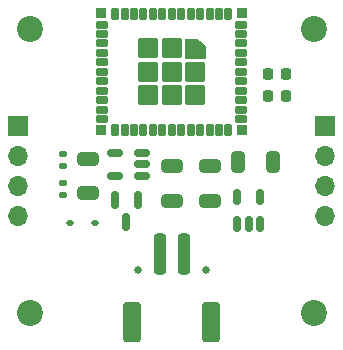
<source format=gbr>
%TF.GenerationSoftware,KiCad,Pcbnew,7.0.11*%
%TF.CreationDate,2025-03-31T22:51:49+09:00*%
%TF.ProjectId,sch16t_evt,73636831-3674-45f6-9576-742e6b696361,rev?*%
%TF.SameCoordinates,Original*%
%TF.FileFunction,Soldermask,Bot*%
%TF.FilePolarity,Negative*%
%FSLAX46Y46*%
G04 Gerber Fmt 4.6, Leading zero omitted, Abs format (unit mm)*
G04 Created by KiCad (PCBNEW 7.0.11) date 2025-03-31 22:51:49*
%MOMM*%
%LPD*%
G01*
G04 APERTURE LIST*
G04 Aperture macros list*
%AMRoundRect*
0 Rectangle with rounded corners*
0 $1 Rounding radius*
0 $2 $3 $4 $5 $6 $7 $8 $9 X,Y pos of 4 corners*
0 Add a 4 corners polygon primitive as box body*
4,1,4,$2,$3,$4,$5,$6,$7,$8,$9,$2,$3,0*
0 Add four circle primitives for the rounded corners*
1,1,$1+$1,$2,$3*
1,1,$1+$1,$4,$5*
1,1,$1+$1,$6,$7*
1,1,$1+$1,$8,$9*
0 Add four rect primitives between the rounded corners*
20,1,$1+$1,$2,$3,$4,$5,0*
20,1,$1+$1,$4,$5,$6,$7,0*
20,1,$1+$1,$6,$7,$8,$9,0*
20,1,$1+$1,$8,$9,$2,$3,0*%
G04 Aperture macros list end*
%ADD10C,0.010000*%
%ADD11C,2.200000*%
%ADD12R,1.700000X1.700000*%
%ADD13O,1.700000X1.700000*%
%ADD14C,0.650000*%
%ADD15RoundRect,0.250000X0.325000X0.650000X-0.325000X0.650000X-0.325000X-0.650000X0.325000X-0.650000X0*%
%ADD16RoundRect,0.250000X0.650000X-0.325000X0.650000X0.325000X-0.650000X0.325000X-0.650000X-0.325000X0*%
%ADD17RoundRect,0.150000X0.150000X-0.512500X0.150000X0.512500X-0.150000X0.512500X-0.150000X-0.512500X0*%
%ADD18RoundRect,0.225000X-0.225000X-0.250000X0.225000X-0.250000X0.225000X0.250000X-0.225000X0.250000X0*%
%ADD19RoundRect,0.150000X-0.150000X0.587500X-0.150000X-0.587500X0.150000X-0.587500X0.150000X0.587500X0*%
%ADD20RoundRect,0.250000X0.250000X1.500000X-0.250000X1.500000X-0.250000X-1.500000X0.250000X-1.500000X0*%
%ADD21RoundRect,0.250001X0.499999X1.449999X-0.499999X1.449999X-0.499999X-1.449999X0.499999X-1.449999X0*%
%ADD22RoundRect,0.135000X0.185000X-0.135000X0.185000X0.135000X-0.185000X0.135000X-0.185000X-0.135000X0*%
%ADD23RoundRect,0.150000X0.512500X0.150000X-0.512500X0.150000X-0.512500X-0.150000X0.512500X-0.150000X0*%
%ADD24RoundRect,0.135000X-0.185000X0.135000X-0.185000X-0.135000X0.185000X-0.135000X0.185000X0.135000X0*%
%ADD25RoundRect,0.102000X0.400000X0.200000X-0.400000X0.200000X-0.400000X-0.200000X0.400000X-0.200000X0*%
%ADD26RoundRect,0.102000X0.200000X0.400000X-0.200000X0.400000X-0.200000X-0.400000X0.200000X-0.400000X0*%
%ADD27RoundRect,0.102000X0.725000X0.725000X-0.725000X0.725000X-0.725000X-0.725000X0.725000X-0.725000X0*%
%ADD28RoundRect,0.102000X0.350000X0.350000X-0.350000X0.350000X-0.350000X-0.350000X0.350000X-0.350000X0*%
%ADD29RoundRect,0.112500X0.187500X0.112500X-0.187500X0.112500X-0.187500X-0.112500X0.187500X-0.112500X0*%
G04 APERTURE END LIST*
%TO.C,U4*%
D10*
X152800000Y-89450000D02*
X152800000Y-90450000D01*
X151150000Y-90450000D01*
X151150000Y-88800000D01*
X152150000Y-88800000D01*
X152800000Y-89450000D01*
G36*
X152800000Y-89450000D02*
G01*
X152800000Y-90450000D01*
X151150000Y-90450000D01*
X151150000Y-88800000D01*
X152150000Y-88800000D01*
X152800000Y-89450000D01*
G37*
%TD*%
D11*
%TO.C,REF\u002A\u002A*%
X162000000Y-88000000D03*
%TD*%
D12*
%TO.C,J3*%
X137000000Y-96210000D03*
D13*
X137000000Y-98750000D03*
X137000000Y-101290000D03*
X137000000Y-103830000D03*
%TD*%
D11*
%TO.C,REF\u002A\u002A*%
X162000000Y-112000000D03*
%TD*%
D14*
%TO.C,J2*%
X147110000Y-108395000D03*
X152890000Y-108395000D03*
%TD*%
D11*
%TO.C,REF\u002A\u002A*%
X138000000Y-112000000D03*
%TD*%
D12*
%TO.C,J4*%
X163000000Y-96210000D03*
D13*
X163000000Y-98750000D03*
X163000000Y-101290000D03*
X163000000Y-103830000D03*
%TD*%
D11*
%TO.C,REF\u002A\u002A*%
X138000000Y-88000000D03*
%TD*%
D15*
%TO.C,C8*%
X158550000Y-99250000D03*
X155600000Y-99250000D03*
%TD*%
D16*
%TO.C,C5*%
X153250000Y-102550000D03*
X153250000Y-99600000D03*
%TD*%
D17*
%TO.C,U3*%
X157450000Y-104487500D03*
X156500000Y-104487500D03*
X155550000Y-104487500D03*
X155550000Y-102212500D03*
X157450000Y-102212500D03*
%TD*%
D18*
%TO.C,C11*%
X158147000Y-91750000D03*
X159697000Y-91750000D03*
%TD*%
D19*
%TO.C,Q2*%
X145200000Y-102462500D03*
X147100000Y-102462500D03*
X146150000Y-104337500D03*
%TD*%
D20*
%TO.C,J1*%
X151000000Y-107000000D03*
X149000000Y-107000000D03*
D21*
X153350000Y-112750000D03*
X146650000Y-112750000D03*
%TD*%
D16*
%TO.C,C2*%
X142900000Y-101900000D03*
X142900000Y-98950000D03*
%TD*%
D22*
%TO.C,R5*%
X140750000Y-102000000D03*
X140750000Y-100980000D03*
%TD*%
D23*
%TO.C,U1*%
X147475000Y-98500000D03*
X147475000Y-99450000D03*
X147475000Y-100400000D03*
X145200000Y-100400000D03*
X145200000Y-98500000D03*
%TD*%
D24*
%TO.C,R2*%
X140750000Y-98580000D03*
X140750000Y-99600000D03*
%TD*%
D25*
%TO.C,U4*%
X155900000Y-87600000D03*
X155900000Y-88400000D03*
X155900000Y-89200000D03*
X155900000Y-90000000D03*
X155900000Y-90800000D03*
X155900000Y-91600000D03*
X155900000Y-92400000D03*
X155900000Y-93200000D03*
X155900000Y-94000000D03*
X155900000Y-94800000D03*
X155900000Y-95600000D03*
D26*
X154800000Y-96500000D03*
X154000000Y-96500000D03*
X153200000Y-96500000D03*
X152400000Y-96500000D03*
X151600000Y-96500000D03*
X150800000Y-96500000D03*
X150000000Y-96500000D03*
X149200000Y-96500000D03*
X148400000Y-96500000D03*
X147600000Y-96500000D03*
X146800000Y-96500000D03*
X146000000Y-96500000D03*
X145200000Y-96500000D03*
D25*
X144100000Y-95600000D03*
X144100000Y-94800000D03*
X144100000Y-94000000D03*
X144100000Y-93200000D03*
X144100000Y-92400000D03*
X144100000Y-91600000D03*
X144100000Y-90800000D03*
X144100000Y-90000000D03*
X144100000Y-89200000D03*
X144100000Y-88400000D03*
X144100000Y-87600000D03*
D26*
X145200000Y-86700000D03*
X146000000Y-86700000D03*
X146800000Y-86700000D03*
X147600000Y-86700000D03*
X148400000Y-86700000D03*
X149200000Y-86700000D03*
X150000000Y-86700000D03*
X150800000Y-86700000D03*
X151600000Y-86700000D03*
X152400000Y-86700000D03*
X153200000Y-86700000D03*
X154000000Y-86700000D03*
X154800000Y-86700000D03*
D27*
X150000000Y-89625000D03*
X148025000Y-89625000D03*
X151975000Y-91600000D03*
X150000000Y-91600000D03*
X148025000Y-91600000D03*
X151975000Y-93575000D03*
X150000000Y-93575000D03*
X148025000Y-93575000D03*
D28*
X144050000Y-86650000D03*
X144050000Y-96550000D03*
X155950000Y-96550000D03*
X155950000Y-86650000D03*
%TD*%
D16*
%TO.C,C1*%
X150037500Y-102500000D03*
X150037500Y-99550000D03*
%TD*%
D29*
%TO.C,D5*%
X143500000Y-104400000D03*
X141400000Y-104400000D03*
%TD*%
D18*
%TO.C,C12*%
X158150000Y-93655000D03*
X159700000Y-93655000D03*
%TD*%
M02*

</source>
